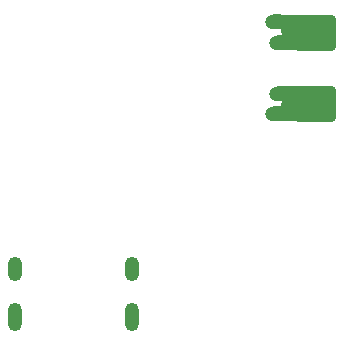
<source format=gbs>
G04*
G04 #@! TF.GenerationSoftware,Altium Limited,Altium Designer,22.5.1 (42)*
G04*
G04 Layer_Color=16711935*
%FSLAX25Y25*%
%MOIN*%
G70*
G04*
G04 #@! TF.SameCoordinates,9CEDE495-3556-4083-ABEA-689295A2F9E5*
G04*
G04*
G04 #@! TF.FilePolarity,Negative*
G04*
G01*
G75*
%ADD57O,0.04724X0.08268*%
%ADD58O,0.04724X0.09449*%
%ADD75O,0.08000X0.05000*%
G04:AMPARAMS|DCode=81|XSize=137.8mil|YSize=118.11mil|CornerRadius=11.81mil|HoleSize=0mil|Usage=FLASHONLY|Rotation=180.000|XOffset=0mil|YOffset=0mil|HoleType=Round|Shape=RoundedRectangle|*
%AMROUNDEDRECTD81*
21,1,0.13780,0.09449,0,0,180.0*
21,1,0.11417,0.11811,0,0,180.0*
1,1,0.02362,-0.05709,0.04724*
1,1,0.02362,0.05709,0.04724*
1,1,0.02362,0.05709,-0.04724*
1,1,0.02362,-0.05709,-0.04724*
%
%ADD81ROUNDEDRECTD81*%
G36*
X256500Y190943D02*
X247927D01*
X247900Y190811D01*
X246887Y185834D01*
X246442Y184097D01*
X245300Y179648D01*
X245144Y179138D01*
X256500D01*
Y190943D01*
D02*
G37*
G36*
Y202758D02*
X247927D01*
X247900Y202890D01*
X246887Y207867D01*
X246442Y209604D01*
X245300Y214053D01*
X245144Y214563D01*
X256500D01*
Y202758D01*
D02*
G37*
D57*
X196988Y129748D02*
D03*
X158012D02*
D03*
D58*
Y114000D02*
D03*
X196988D02*
D03*
D75*
X246700Y205401D02*
D03*
X245300Y212101D02*
D03*
Y181600D02*
D03*
X246700Y188300D02*
D03*
D81*
X257874Y185039D02*
D03*
Y208661D02*
D03*
M02*

</source>
